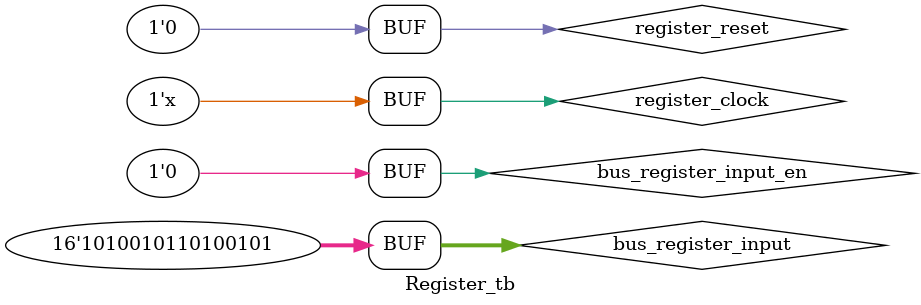
<source format=v>
`timescale 1ns / 1ps

module Register_tb;

    // Inputs
    reg register_clock;
    reg register_reset;
    reg [15:0] bus_register_input;
    reg bus_register_input_en;

    // Outputs
    wire [15:0] bus_register_output;
    wire bus_register_out_en;

    // Instantiate the Unit Under Test (UUT)
    Register uut (
        .register_clock(register_clock),
        .register_reset(register_reset),
        .bus_register_input(bus_register_input),
        .bus_register_input_en(bus_register_input_en),
        .bus_register_output(bus_register_output),
        .bus_register_out_en(bus_register_out_en)
    );

    initial begin
        // Initialize Inputs
        register_clock = 0;
        register_reset = 0;
        bus_register_input = 0;
        bus_register_input_en = 0;

        // Wait for global reset
        #100;
        
        // Add stimulus here
        register_reset = 1;
        #10;
        register_reset = 0;
        bus_register_input = 16'hA5A5;
        bus_register_input_en = 1;
        #10;
        bus_register_input_en = 0;
    end

    always #5 register_clock = ~register_clock;

endmodule
</source>
